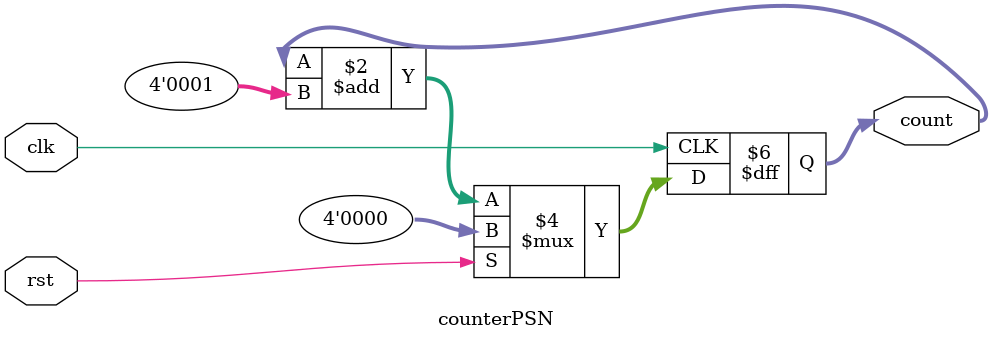
<source format=v>
module counterPSN (clk, rst, count);

   input clk, rst;
   output reg [3:0] count;

   wire 	    clk;
   wire 	    rst;
   wire 	    en;
   
   always @(posedge clk) // or posedge rst)
     begin: COUNTER
	if (rst)
          count <= #1 4'd0;
	else 
          count <= #1 count + 4'd1;
     end
   
endmodule

</source>
